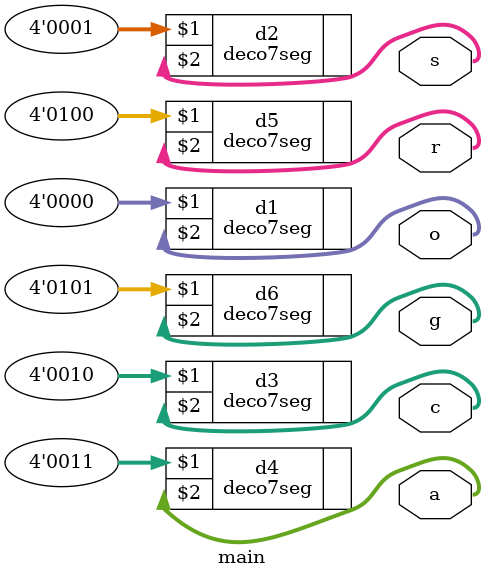
<source format=sv>
module main 
(
	output logic [6:0] o,s,c,a,r,g
);

deco7seg d1 (4'b0000,o);
deco7seg d2 (4'b0001,s);
deco7seg d3 (4'b0010,c);
deco7seg d4 (4'b0011,a);
deco7seg d5 (4'b0100,r);
deco7seg d6 (4'b0101,g);

endmodule
</source>
